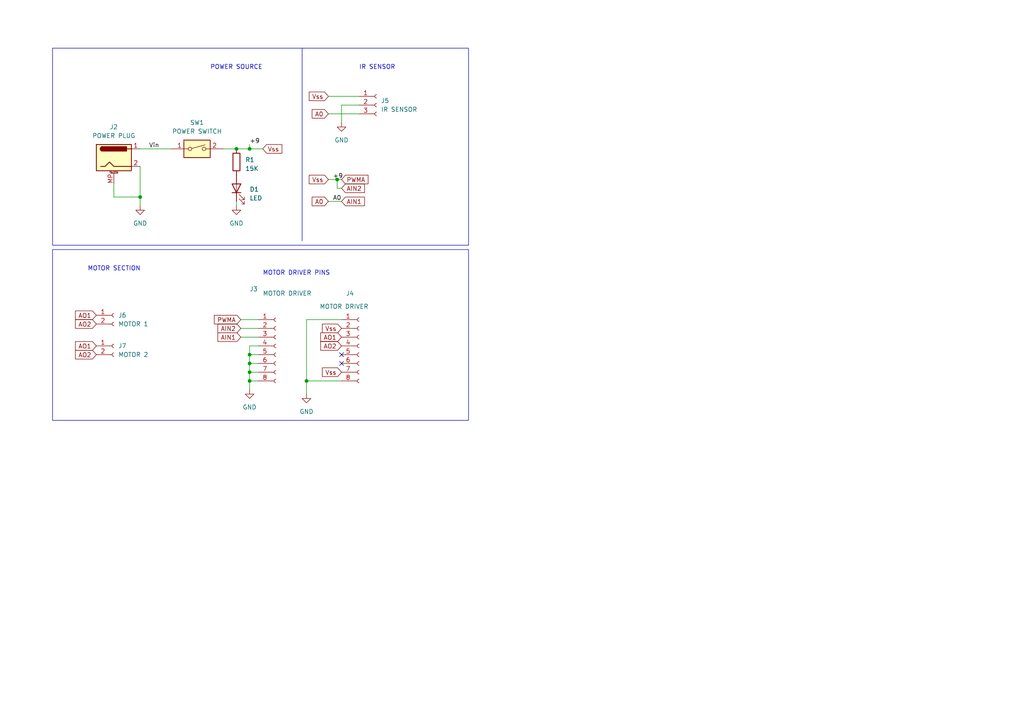
<source format=kicad_sch>
(kicad_sch (version 20230121) (generator eeschema)
  (paper "A4")
  (lib_symbols
    (symbol "Connector:Barrel_Jack_MountingPin" (pin_names hide)
      (property "Reference" "J" (at 0 5.334 0))
      (property "Value" "Barrel_Jack_MountingPin" (at 1.27 -6.35 0))
      (symbol "Barrel_Jack_MountingPin_0_1"
        (rectangle (start -5.08 3.81) (end 5.08 -3.81) (stroke (width 0.254)) (fill (type background)))
        (arc (start -3.302 3.175) (mid -3.9343 2.54) (end -3.302 1.905) (stroke (width 0.254)))
        (arc (start -3.302 3.175) (mid -3.9343 2.54) (end -3.302 1.905) (stroke (width 0.254)) (fill (type outline)))
        (polyline (pts (xy 5.08 2.54) (xy 3.81 2.54)) (stroke (width 0.254)))
        (polyline (pts (xy -3.81 -2.54) (xy -2.54 -2.54) (xy -1.27 -1.27) (xy 0 -2.54) (xy 2.54 -2.54) (xy 5.08 -2.54)) (stroke (width 0.254)))
        (rectangle (start 3.683 3.175) (end -3.302 1.905) (stroke (width 0.254)) (fill (type outline)))
      )
      (symbol "Barrel_Jack_MountingPin_1_1"
        (polyline (pts (xy -1.016 -4.572) (xy 1.016 -4.572)) (stroke (width 0.1524)))
        (text "Mounting" (at 0 -4.191 0) (effects (font (size 0.381 0.381))))
        (pin passive line (at 7.62 2.54 180) (length 2.54) (name "~") (number "1"))
        (pin passive line (at 7.62 -2.54 180) (length 2.54) (name "~") (number "2"))
        (pin passive line (at 0 -7.62 90) (length 3.048) (name "MountPin") (number "MP"))
      )
    )
    (symbol "Connector:Conn_01x02_Socket" (pin_names (offset 1.016) hide)
      (property "Reference" "J" (at 0 2.54 0))
      (property "Value" "Conn_01x02_Socket" (at 0 -5.08 0))
      (symbol "Conn_01x02_Socket_1_1"
        (arc (start 0 -2.032) (mid -0.5058 -2.54) (end 0 -3.048) (stroke (width 0.1524)))
        (polyline (pts (xy -1.27 -2.54) (xy -0.508 -2.54)) (stroke (width 0.1524)))
        (polyline (pts (xy -1.27 0) (xy -0.508 0)) (stroke (width 0.1524)))
        (arc (start 0 0.508) (mid -0.5058 0) (end 0 -0.508) (stroke (width 0.1524)))
        (pin passive line (at -5.08 0 0) (length 3.81) (name "Pin_1") (number "1"))
        (pin passive line (at -5.08 -2.54 0) (length 3.81) (name "Pin_2") (number "2"))
      )
    )
    (symbol "Connector:Conn_01x03_Socket" (pin_names (offset 1.016) hide)
      (property "Reference" "J" (at 0 5.08 0))
      (property "Value" "Conn_01x03_Socket" (at 0 -5.08 0))
      (symbol "Conn_01x03_Socket_1_1"
        (arc (start 0 -2.032) (mid -0.5058 -2.54) (end 0 -3.048) (stroke (width 0.1524)))
        (polyline (pts (xy -1.27 -2.54) (xy -0.508 -2.54)) (stroke (width 0.1524)))
        (polyline (pts (xy -1.27 0) (xy -0.508 0)) (stroke (width 0.1524)))
        (polyline (pts (xy -1.27 2.54) (xy -0.508 2.54)) (stroke (width 0.1524)))
        (arc (start 0 0.508) (mid -0.5058 0) (end 0 -0.508) (stroke (width 0.1524)))
        (arc (start 0 3.048) (mid -0.5058 2.54) (end 0 2.032) (stroke (width 0.1524)))
        (pin passive line (at -5.08 2.54 0) (length 3.81) (name "Pin_1") (number "1"))
        (pin passive line (at -5.08 0 0) (length 3.81) (name "Pin_2") (number "2"))
        (pin passive line (at -5.08 -2.54 0) (length 3.81) (name "Pin_3") (number "3"))
      )
    )
    (symbol "Connector:Conn_01x08_Socket" (pin_names (offset 1.016) hide)
      (property "Reference" "J" (at 0 10.16 0))
      (property "Value" "Conn_01x08_Socket" (at 0 -12.7 0))
      (symbol "Conn_01x08_Socket_1_1"
        (arc (start 0 -9.652) (mid -0.5058 -10.16) (end 0 -10.668) (stroke (width 0.1524)))
        (arc (start 0 -7.112) (mid -0.5058 -7.62) (end 0 -8.128) (stroke (width 0.1524)))
        (arc (start 0 -4.572) (mid -0.5058 -5.08) (end 0 -5.588) (stroke (width 0.1524)))
        (arc (start 0 -2.032) (mid -0.5058 -2.54) (end 0 -3.048) (stroke (width 0.1524)))
        (polyline (pts (xy -1.27 -10.16) (xy -0.508 -10.16)) (stroke (width 0.1524)))
        (polyline (pts (xy -1.27 -7.62) (xy -0.508 -7.62)) (stroke (width 0.1524)))
        (polyline (pts (xy -1.27 -5.08) (xy -0.508 -5.08)) (stroke (width 0.1524)))
        (polyline (pts (xy -1.27 -2.54) (xy -0.508 -2.54)) (stroke (width 0.1524)))
        (polyline (pts (xy -1.27 0) (xy -0.508 0)) (stroke (width 0.1524)))
        (polyline (pts (xy -1.27 2.54) (xy -0.508 2.54)) (stroke (width 0.1524)))
        (polyline (pts (xy -1.27 5.08) (xy -0.508 5.08)) (stroke (width 0.1524)))
        (polyline (pts (xy -1.27 7.62) (xy -0.508 7.62)) (stroke (width 0.1524)))
        (arc (start 0 0.508) (mid -0.5058 0) (end 0 -0.508) (stroke (width 0.1524)))
        (arc (start 0 3.048) (mid -0.5058 2.54) (end 0 2.032) (stroke (width 0.1524)))
        (arc (start 0 5.588) (mid -0.5058 5.08) (end 0 4.572) (stroke (width 0.1524)))
        (arc (start 0 8.128) (mid -0.5058 7.62) (end 0 7.112) (stroke (width 0.1524)))
        (pin passive line (at -5.08 7.62 0) (length 3.81) (name "Pin_1") (number "1"))
        (pin passive line (at -5.08 5.08 0) (length 3.81) (name "Pin_2") (number "2"))
        (pin passive line (at -5.08 2.54 0) (length 3.81) (name "Pin_3") (number "3"))
        (pin passive line (at -5.08 0 0) (length 3.81) (name "Pin_4") (number "4"))
        (pin passive line (at -5.08 -2.54 0) (length 3.81) (name "Pin_5") (number "5"))
        (pin passive line (at -5.08 -5.08 0) (length 3.81) (name "Pin_6") (number "6"))
        (pin passive line (at -5.08 -7.62 0) (length 3.81) (name "Pin_7") (number "7"))
        (pin passive line (at -5.08 -10.16 0) (length 3.81) (name "Pin_8") (number "8"))
      )
    )
    (symbol "Device:LED" (pin_numbers hide) (pin_names (offset 1.016) hide)
      (property "Reference" "D" (at 0 2.54 0))
      (property "Value" "LED" (at 0 -2.54 0))
      (symbol "LED_0_1"
        (polyline (pts (xy -1.27 -1.27) (xy -1.27 1.27)) (stroke (width 0.254)))
        (polyline (pts (xy -1.27 0) (xy 1.27 0)))
        (polyline (pts (xy 1.27 -1.27) (xy 1.27 1.27) (xy -1.27 0) (xy 1.27 -1.27)) (stroke (width 0.254)))
        (polyline (pts (xy -3.048 -0.762) (xy -4.572 -2.286) (xy -3.81 -2.286) (xy -4.572 -2.286) (xy -4.572 -1.524)))
        (polyline (pts (xy -1.778 -0.762) (xy -3.302 -2.286) (xy -2.54 -2.286) (xy -3.302 -2.286) (xy -3.302 -1.524)))
      )
      (symbol "LED_1_1"
        (pin passive line (at -3.81 0 0) (length 2.54) (name "K") (number "1"))
        (pin passive line (at 3.81 0 180) (length 2.54) (name "A") (number "2"))
      )
    )
    (symbol "Device:R" (pin_numbers hide) (pin_names (offset 0))
      (property "Reference" "R" (at 2.032 0 90))
      (property "Value" "R" (at 0 0 90))
      (symbol "R_0_1"
        (rectangle (start -1.016 -2.54) (end 1.016 2.54) (stroke (width 0.254)))
      )
      (symbol "R_1_1"
        (pin passive line (at 0 3.81 270) (length 1.27) (name "~") (number "1"))
        (pin passive line (at 0 -3.81 90) (length 1.27) (name "~") (number "2"))
      )
    )
    (symbol "Switch:SW_DIP_x01" (pin_names (offset 0) hide)
      (property "Reference" "SW" (at 0 3.81 0))
      (property "Value" "SW_DIP_x01" (at 0 -3.81 0))
      (symbol "SW_DIP_x01_0_0"
        (circle (center -2.032 0) (radius 0.508))
        (polyline (pts (xy -1.524 0.127) (xy 2.3622 1.1684)))
        (circle (center 2.032 0) (radius 0.508))
      )
      (symbol "SW_DIP_x01_0_1"
        (rectangle (start -3.81 2.54) (end 3.81 -2.54) (stroke (width 0.254)) (fill (type background)))
      )
      (symbol "SW_DIP_x01_1_1"
        (pin passive line (at -7.62 0 0) (length 5.08) (name "~") (number "1"))
        (pin passive line (at 7.62 0 180) (length 5.08) (name "~") (number "2"))
      )
    )
    (symbol "power:GND" (power) (pin_names (offset 0))
      (property "Value" "GND" (at 0 -3.81 0))
      (symbol "GND_0_1"
        (polyline (pts (xy 0 0) (xy 0 -1.27) (xy 1.27 -1.27) (xy 0 -2.54) (xy -1.27 -1.27) (xy 0 -1.27)))
      )
      (symbol "GND_1_1"
        (pin power_in line (at 0 0 270) (length 0) hide (name "GND") (number "1"))
      )
    )
  )
  (junction (at 97.79 52.07))
  (junction (at 72.39 43.18))
  (junction (at 72.39 110.49))
  (junction (at 72.39 105.41))
  (junction (at 88.9 110.49))
  (junction (at 72.39 107.95))
  (junction (at 68.58 43.18))
  (junction (at 72.39 102.87))
  (junction (at 40.64 57.15))
  (no_connect (at 99.06 105.41))
  (no_connect (at 99.06 102.87))
  (wire (pts (xy 99.06 30.48) (xy 99.06 35.56)))
  (wire (pts (xy 99.06 54.61) (xy 97.79 54.61)))
  (wire (pts (xy 72.39 102.87) (xy 72.39 105.41)))
  (wire (pts (xy 49.53 43.18) (xy 40.64 43.18)))
  (wire (pts (xy 74.93 110.49) (xy 72.39 110.49)))
  (wire (pts (xy 72.39 105.41) (xy 72.39 107.95)))
  (wire (pts (xy 97.79 52.07) (xy 99.06 52.07)))
  (wire (pts (xy 72.39 102.87) (xy 74.93 102.87)))
  (wire (pts (xy 68.58 59.69) (xy 68.58 58.42)))
  (wire (pts (xy 72.39 105.41) (xy 74.93 105.41)))
  (wire (pts (xy 104.14 30.48) (xy 99.06 30.48)))
  (wire (pts (xy 97.79 54.61) (xy 97.79 52.07)))
  (wire (pts (xy 74.93 100.33) (xy 72.39 100.33)))
  (wire (pts (xy 69.85 92.71) (xy 74.93 92.71)))
  (wire (pts (xy 72.39 43.18) (xy 76.2 43.18)))
  (wire (pts (xy 33.02 57.15) (xy 40.64 57.15)))
  (wire (pts (xy 64.77 43.18) (xy 68.58 43.18)))
  (wire (pts (xy 99.06 92.71) (xy 88.9 92.71)))
  (wire (pts (xy 72.39 100.33) (xy 72.39 102.87)))
  (wire (pts (xy 72.39 107.95) (xy 72.39 110.49)))
  (wire (pts (xy 88.9 110.49) (xy 88.9 114.3)))
  (wire (pts (xy 95.25 52.07) (xy 97.79 52.07)))
  (wire (pts (xy 40.64 48.26) (xy 40.64 57.15)))
  (wire (pts (xy 95.25 58.42) (xy 99.06 58.42)))
  (wire (pts (xy 95.25 27.94) (xy 104.14 27.94)))
  (wire (pts (xy 72.39 41.91) (xy 72.39 43.18)))
  (wire (pts (xy 88.9 92.71) (xy 88.9 110.49)))
  (wire (pts (xy 40.64 57.15) (xy 40.64 59.69)))
  (wire (pts (xy 74.93 95.25) (xy 69.85 95.25)))
  (wire (pts (xy 88.9 110.49) (xy 99.06 110.49)))
  (wire (pts (xy 33.02 53.34) (xy 33.02 57.15)))
  (wire (pts (xy 95.25 33.02) (xy 104.14 33.02)))
  (wire (pts (xy 74.93 97.79) (xy 69.85 97.79)))
  (wire (pts (xy 72.39 43.18) (xy 68.58 43.18)))
  (wire (pts (xy 74.93 107.95) (xy 72.39 107.95)))
  (wire (pts (xy 72.39 110.49) (xy 72.39 113.03)))
  (rectangle (start 15.24 13.97) (end 135.89 71.12))
  (rectangle (start 87.63 13.97) (end 87.63 69.85))
  (rectangle (start 15.24 72.39) (end 135.89 121.92))
  (text "POWER SOURCE" (at 60.96 20.32 0) (effects (font (size 1.27 1.27)) (justify left bottom)))
  (text "MOTOR DRIVER PINS" (at 76.2 80.01 0) (effects (font (size 1.27 1.27)) (justify left bottom)))
  (text "MOTOR SECTION\n" (at 25.4 78.74 0) (effects (font (size 1.27 1.27)) (justify left bottom)))
  (text "IR SENSOR\n" (at 104.14 20.32 0) (effects (font (size 1.27 1.27)) (justify left bottom)))
  (label "+9" (at 96.52 52.07 0))
  (label "A0" (at 96.52 58.42 0))
  (label "+9" (at 72.39 41.91 0))
  (label "Vin" (at 43.18 43.18 0))
  (global_label "AIN1" (shape input) (at 99.06 58.42 0) (property "Intersheetrefs" "${INTERSHEET_REFS}" (effects hide)))
  (global_label "PWMA" (shape input) (at 69.85 92.71 180) (property "Intersheetrefs" "${INTERSHEET_REFS}" (effects hide)))
  (global_label "A0" (shape input) (at 95.25 33.02 180) (property "Intersheetrefs" "${INTERSHEET_REFS}" (effects hide)))
  (global_label "Vss" (shape input) (at 99.06 95.25 180) (property "Intersheetrefs" "${INTERSHEET_REFS}" (effects hide)))
  (global_label "AO2" (shape input) (at 99.06 100.33 180) (property "Intersheetrefs" "${INTERSHEET_REFS}" (effects hide)))
  (global_label "Vss" (shape input) (at 95.25 27.94 180) (property "Intersheetrefs" "${INTERSHEET_REFS}" (effects hide)))
  (global_label "Vss" (shape input) (at 99.06 107.95 180) (property "Intersheetrefs" "${INTERSHEET_REFS}" (effects hide)))
  (global_label "Vss" (shape input) (at 95.25 52.07 180) (property "Intersheetrefs" "${INTERSHEET_REFS}" (effects hide)))
  (global_label "PWMA" (shape input) (at 99.06 52.07 0) (property "Intersheetrefs" "${INTERSHEET_REFS}" (effects hide)))
  (global_label "AIN2" (shape input) (at 99.06 54.61 0) (property "Intersheetrefs" "${INTERSHEET_REFS}" (effects hide)))
  (global_label "A0" (shape input) (at 95.25 58.42 180) (property "Intersheetrefs" "${INTERSHEET_REFS}" (effects hide)))
  (global_label "AIN2" (shape input) (at 69.85 95.25 180) (property "Intersheetrefs" "${INTERSHEET_REFS}" (effects hide)))
  (global_label "AO1" (shape input) (at 27.94 100.33 180) (property "Intersheetrefs" "${INTERSHEET_REFS}" (effects hide)))
  (global_label "Vss" (shape input) (at 76.2 43.18 0) (property "Intersheetrefs" "${INTERSHEET_REFS}" (effects hide)))
  (global_label "AO1" (shape input) (at 99.06 97.79 180) (property "Intersheetrefs" "${INTERSHEET_REFS}" (effects hide)))
  (global_label "AO2" (shape input) (at 27.94 93.98 180) (property "Intersheetrefs" "${INTERSHEET_REFS}" (effects hide)))
  (global_label "AO2" (shape input) (at 27.94 102.87 180) (property "Intersheetrefs" "${INTERSHEET_REFS}" (effects hide)))
  (global_label "AIN1" (shape input) (at 69.85 97.79 180) (property "Intersheetrefs" "${INTERSHEET_REFS}" (effects hide)))
  (global_label "AO1" (shape input) (at 27.94 91.44 180) (property "Intersheetrefs" "${INTERSHEET_REFS}" (effects hide)))
  (symbol (lib_id "Connector:Conn_01x02_Socket") (at 33.02 91.44 0) (unit 1)
    (property "Reference" "J6" (at 34.29 91.44 0) (effects (justify left)))
    (property "Value" "MOTOR 1" (at 34.29 93.98 0) (effects (justify left)))
    (property "Footprint" "Connector_PinSocket_2.54mm:PinSocket_1x02_P2.54mm_Vertical" (effects hide))
  )
  (symbol (lib_id "Connector:Conn_01x02_Socket") (at 33.02 100.33 0) (unit 1)
    (property "Reference" "J7" (at 34.29 100.33 0) (effects (justify left)))
    (property "Value" "MOTOR 2" (at 34.29 102.87 0) (effects (justify left)))
    (property "Footprint" "Connector_PinSocket_2.54mm:PinSocket_1x02_P2.54mm_Vertical" (effects hide))
  )
  (symbol (lib_id "Connector:Conn_01x08_Socket") (at 80.01 100.33 0) (unit 1)
    (property "Reference" "J3" (at 72.39 83.82 0) (effects (justify left)))
    (property "Value" "MOTOR DRIVER" (at 76.2 85.09 0) (effects (justify left)))
    (property "Footprint" "Connector_PinSocket_2.54mm:PinSocket_1x08_P2.54mm_Vertical" (effects hide))
  )
  (symbol (lib_id "Connector:Barrel_Jack_MountingPin") (at 33.02 45.72 0) (unit 1)
    (property "Reference" "J2" (at 33.02 36.83 0))
    (property "Value" "POWER PLUG" (at 33.02 39.37 0))
    (property "Footprint" "Connector_BarrelJack:BarrelJack_GCT_DCJ200-10-A_Horizontal" (effects hide))
  )
  (symbol (lib_id "power:GND") (at 72.39 113.03 0) (unit 1)
    (property "Reference" "#PWR04" (effects hide))
    (property "Value" "GND" (at 72.39 118.11 0))
  )
  (symbol (lib_id "power:GND") (at 68.58 59.69 0) (unit 1)
    (property "Reference" "#PWR03" (effects hide))
    (property "Value" "GND" (at 68.58 64.77 0))
  )
  (symbol (lib_id "power:GND") (at 40.64 59.69 0) (unit 1)
    (property "Reference" "#PWR02" (effects hide))
    (property "Value" "GND" (at 40.64 64.77 0))
  )
  (symbol (lib_id "Device:R") (at 68.58 46.99 0) (unit 1)
    (property "Reference" "R1" (at 71.12 46.355 0) (effects (justify left)))
    (property "Value" "15K" (at 71.12 48.895 0) (effects (justify left)))
    (property "Footprint" "Resistor_THT:R_Axial_DIN0207_L6.3mm_D2.5mm_P7.62mm_Horizontal" (effects hide))
  )
  (symbol (lib_id "Switch:SW_DIP_x01") (at 57.15 43.18 0) (unit 1)
    (property "Reference" "SW1" (at 57.15 35.56 0))
    (property "Value" "POWER SWITCH" (at 57.15 38.1 0))
    (property "Footprint" "RB141C1100:SW_RB141C1100" (effects hide))
  )
  (symbol (lib_id "power:GND") (at 88.9 114.3 0) (unit 1)
    (property "Reference" "#PWR05" (effects hide))
    (property "Value" "GND" (at 88.9 119.38 0))
  )
  (symbol (lib_id "Connector:Conn_01x03_Socket") (at 109.22 30.48 0) (unit 1)
    (property "Reference" "J5" (at 110.49 29.21 0) (effects (justify left)))
    (property "Value" "IR SENSOR" (at 110.49 31.75 0) (effects (justify left)))
    (property "Footprint" "Connector_PinSocket_2.54mm:PinSocket_1x03_P2.54mm_Vertical" (effects hide))
  )
  (symbol (lib_id "Device:LED") (at 68.58 54.61 90) (unit 1)
    (property "Reference" "D1" (at 72.39 54.9275 90) (effects (justify right)))
    (property "Value" "LED" (at 72.39 57.4675 90) (effects (justify right)))
    (property "Footprint" "LED_THT:LED_D5.0mm" (effects hide))
  )
  (symbol (lib_id "Connector:Conn_01x08_Socket") (at 104.14 100.33 0) (unit 1)
    (property "Reference" "J4" (at 100.33 85.09 0) (effects (justify left)))
    (property "Value" "MOTOR DRIVER" (at 92.71 88.9 0) (effects (justify left)))
    (property "Footprint" "Connector_PinSocket_2.54mm:PinSocket_1x08_P2.54mm_Vertical" (effects hide))
  )
  (symbol (lib_id "power:GND") (at 99.06 35.56 0) (unit 1)
    (property "Reference" "#PWR06" (effects hide))
    (property "Value" "GND" (at 99.06 40.64 0))
  )
)
</source>
